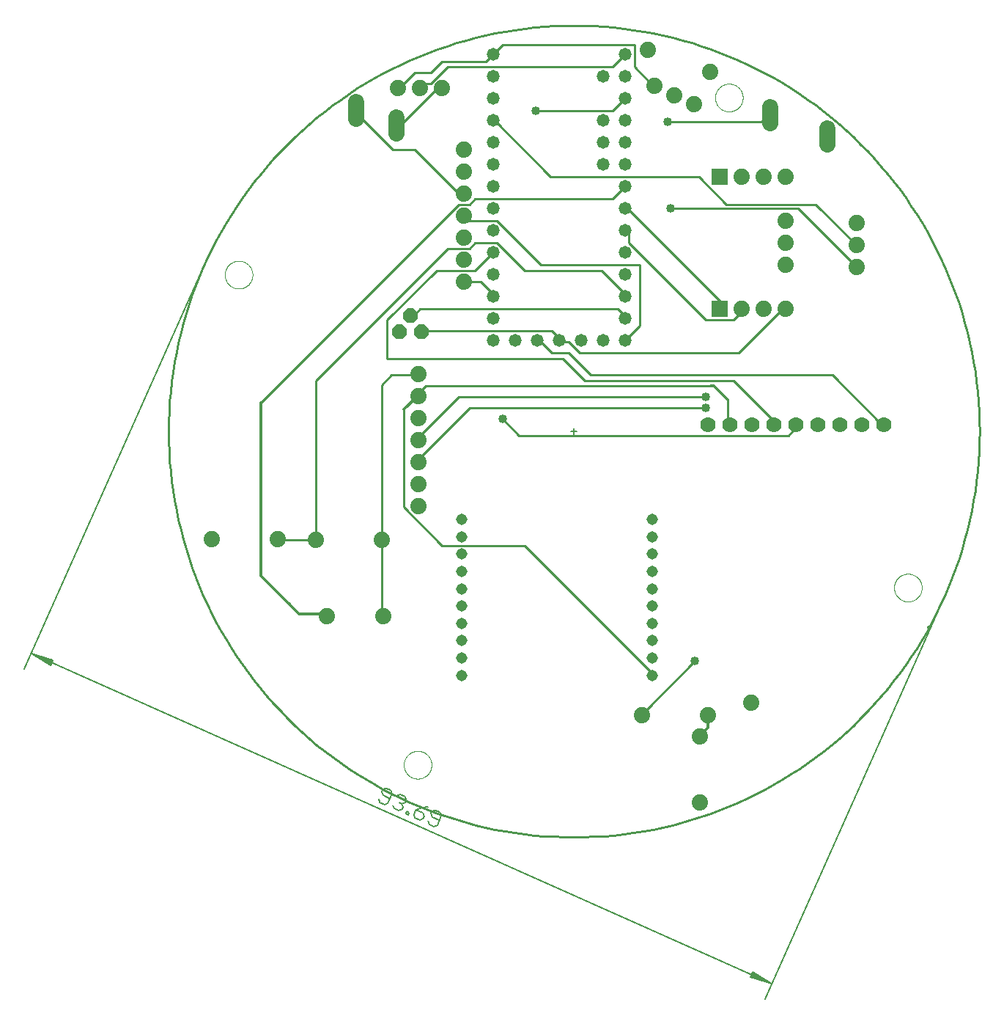
<source format=gtl>
G75*
%MOIN*%
%OFA0B0*%
%FSLAX25Y25*%
%IPPOS*%
%LPD*%
%AMOC8*
5,1,8,0,0,1.08239X$1,22.5*
%
%ADD10C,0.01000*%
%ADD11C,0.01600*%
%ADD12C,0.00000*%
%ADD13C,0.00512*%
%ADD14C,0.00600*%
%ADD15C,0.07000*%
%ADD16C,0.05800*%
%ADD17C,0.05150*%
%ADD18C,0.07400*%
%ADD19R,0.07400X0.07400*%
%ADD20C,0.07400*%
%ADD21OC8,0.06600*%
%ADD22C,0.04000*%
%ADD23C,0.01200*%
D10*
X0138808Y0175087D02*
X0138703Y0177387D01*
X0121903Y0180887D02*
X0121828Y0181137D01*
X0121541Y0180849D01*
X0116203Y0209887D02*
X0116603Y0210387D01*
X0116203Y0209887D02*
X0131203Y0209887D01*
X0133803Y0209787D01*
X0133703Y0209887D01*
X0133703Y0282387D01*
X0193703Y0342387D01*
X0203703Y0342387D01*
X0206203Y0344887D01*
X0216203Y0344887D01*
X0228703Y0332387D01*
X0263703Y0332387D01*
X0273703Y0322387D01*
X0274403Y0320587D01*
X0271203Y0314887D02*
X0181203Y0314887D01*
X0178703Y0312387D01*
X0176803Y0311987D01*
X0181803Y0304487D02*
X0183703Y0304887D01*
X0241203Y0304887D01*
X0243703Y0302387D01*
X0244403Y0300587D01*
X0246203Y0299887D01*
X0248703Y0299887D01*
X0253703Y0294887D01*
X0326203Y0294887D01*
X0346203Y0314887D01*
X0347303Y0314987D01*
X0328703Y0314887D02*
X0327303Y0314987D01*
X0328703Y0314887D02*
X0323703Y0309887D01*
X0311203Y0309887D01*
X0276203Y0344887D01*
X0276203Y0349887D01*
X0274403Y0350587D01*
X0276203Y0359887D02*
X0274403Y0360587D01*
X0276203Y0359887D02*
X0318703Y0317387D01*
X0317303Y0314987D01*
X0323703Y0282387D02*
X0343703Y0262387D01*
X0342203Y0262287D01*
X0348703Y0257387D02*
X0351203Y0259887D01*
X0352203Y0262287D01*
X0348703Y0257387D02*
X0226203Y0257387D01*
X0218703Y0264887D01*
X0203703Y0269887D02*
X0311203Y0269887D01*
X0311203Y0274887D02*
X0198703Y0274887D01*
X0181203Y0257387D01*
X0180303Y0255387D01*
X0181203Y0247387D02*
X0180303Y0245387D01*
X0181203Y0247387D02*
X0203703Y0269887D01*
X0183703Y0279887D02*
X0181203Y0277387D01*
X0180303Y0275387D01*
X0183703Y0279887D02*
X0313503Y0279887D01*
X0321203Y0273587D02*
X0321203Y0262387D01*
X0322203Y0262287D01*
X0323703Y0282387D02*
X0256203Y0282387D01*
X0246203Y0292387D01*
X0166203Y0292387D01*
X0166203Y0309887D01*
X0188703Y0332387D01*
X0206203Y0332387D01*
X0214403Y0340587D01*
X0208703Y0327387D02*
X0201103Y0327387D01*
X0208703Y0327387D02*
X0213703Y0322387D01*
X0214403Y0320587D01*
X0236203Y0334887D02*
X0216203Y0354887D01*
X0203703Y0354887D01*
X0201203Y0357387D01*
X0201103Y0357387D01*
X0198703Y0362387D02*
X0108703Y0272387D01*
X0163703Y0280387D02*
X0163703Y0209887D01*
X0163803Y0209787D01*
X0163703Y0207387D01*
X0163703Y0177387D01*
X0164398Y0175087D01*
X0191203Y0207387D02*
X0173703Y0224887D01*
X0173703Y0269087D01*
X0163703Y0280387D02*
X0168203Y0284887D01*
X0178703Y0284887D01*
X0180303Y0285387D01*
X0234403Y0300587D02*
X0236203Y0299887D01*
X0241203Y0294887D01*
X0248703Y0294887D01*
X0258703Y0284887D01*
X0368703Y0284887D01*
X0391203Y0262387D01*
X0392203Y0262287D01*
X0379803Y0333787D02*
X0353078Y0360512D01*
X0294953Y0360512D01*
X0308078Y0374887D02*
X0320578Y0362387D01*
X0361203Y0362387D01*
X0379803Y0343787D01*
X0336203Y0399887D02*
X0293703Y0399887D01*
X0287803Y0416287D02*
X0286203Y0417387D01*
X0278703Y0424887D01*
X0278703Y0434887D01*
X0218703Y0434887D01*
X0214403Y0430587D01*
X0211203Y0427387D01*
X0191203Y0427387D01*
X0186203Y0422387D01*
X0178703Y0422387D01*
X0173703Y0417387D01*
X0171203Y0417387D01*
X0171103Y0415087D01*
X0181103Y0415087D02*
X0181203Y0417387D01*
X0186203Y0417387D01*
X0193703Y0424887D01*
X0268703Y0424887D01*
X0274403Y0430587D01*
X0274403Y0410587D02*
X0268703Y0404887D01*
X0233703Y0404887D01*
X0214953Y0400512D02*
X0214403Y0400587D01*
X0214953Y0400512D02*
X0240578Y0374887D01*
X0308078Y0374887D01*
X0336203Y0399887D02*
X0338703Y0402387D01*
X0340303Y0402987D01*
X0274403Y0370587D02*
X0268703Y0364887D01*
X0206203Y0364887D01*
X0203703Y0362387D01*
X0198703Y0362387D01*
X0198703Y0367387D02*
X0201103Y0367387D01*
X0198703Y0367387D02*
X0178703Y0387387D01*
X0168703Y0387387D01*
X0151203Y0404887D01*
X0152003Y0405087D01*
X0170403Y0398287D02*
X0171203Y0399887D01*
X0173703Y0399887D01*
X0188703Y0414887D01*
X0191103Y0415087D01*
X0236203Y0334887D02*
X0281203Y0334887D01*
X0281203Y0307387D01*
X0274403Y0300587D01*
X0274403Y0310587D02*
X0273703Y0312387D01*
X0271203Y0314887D01*
X0066778Y0259287D02*
X0066834Y0263813D01*
X0067000Y0268336D01*
X0067278Y0272854D01*
X0067666Y0277364D01*
X0068165Y0281863D01*
X0068774Y0286348D01*
X0069493Y0290817D01*
X0070322Y0295267D01*
X0071259Y0299695D01*
X0072305Y0304099D01*
X0073459Y0308476D01*
X0074719Y0312823D01*
X0076086Y0317138D01*
X0077559Y0321418D01*
X0079136Y0325661D01*
X0080817Y0329863D01*
X0082600Y0334024D01*
X0084485Y0338139D01*
X0086470Y0342207D01*
X0088555Y0346224D01*
X0090737Y0350190D01*
X0093016Y0354100D01*
X0095391Y0357954D01*
X0097859Y0361748D01*
X0100420Y0365480D01*
X0103071Y0369149D01*
X0105812Y0372751D01*
X0108641Y0376285D01*
X0111555Y0379748D01*
X0114553Y0383139D01*
X0117634Y0386456D01*
X0120795Y0389695D01*
X0124034Y0392856D01*
X0127351Y0395937D01*
X0130742Y0398935D01*
X0134205Y0401849D01*
X0137739Y0404678D01*
X0141341Y0407419D01*
X0145010Y0410070D01*
X0148742Y0412631D01*
X0152536Y0415099D01*
X0156390Y0417474D01*
X0160300Y0419753D01*
X0164266Y0421935D01*
X0168283Y0424020D01*
X0172351Y0426005D01*
X0176466Y0427890D01*
X0180627Y0429673D01*
X0184829Y0431354D01*
X0189072Y0432931D01*
X0193352Y0434404D01*
X0197667Y0435771D01*
X0202014Y0437031D01*
X0206391Y0438185D01*
X0210795Y0439231D01*
X0215223Y0440168D01*
X0219673Y0440997D01*
X0224142Y0441716D01*
X0228627Y0442325D01*
X0233126Y0442824D01*
X0237636Y0443212D01*
X0242154Y0443490D01*
X0246677Y0443656D01*
X0251203Y0443712D01*
X0255729Y0443656D01*
X0260252Y0443490D01*
X0264770Y0443212D01*
X0269280Y0442824D01*
X0273779Y0442325D01*
X0278264Y0441716D01*
X0282733Y0440997D01*
X0287183Y0440168D01*
X0291611Y0439231D01*
X0296015Y0438185D01*
X0300392Y0437031D01*
X0304739Y0435771D01*
X0309054Y0434404D01*
X0313334Y0432931D01*
X0317577Y0431354D01*
X0321779Y0429673D01*
X0325940Y0427890D01*
X0330055Y0426005D01*
X0334123Y0424020D01*
X0338140Y0421935D01*
X0342106Y0419753D01*
X0346016Y0417474D01*
X0349870Y0415099D01*
X0353664Y0412631D01*
X0357396Y0410070D01*
X0361065Y0407419D01*
X0364667Y0404678D01*
X0368201Y0401849D01*
X0371664Y0398935D01*
X0375055Y0395937D01*
X0378372Y0392856D01*
X0381611Y0389695D01*
X0384772Y0386456D01*
X0387853Y0383139D01*
X0390851Y0379748D01*
X0393765Y0376285D01*
X0396594Y0372751D01*
X0399335Y0369149D01*
X0401986Y0365480D01*
X0404547Y0361748D01*
X0407015Y0357954D01*
X0409390Y0354100D01*
X0411669Y0350190D01*
X0413851Y0346224D01*
X0415936Y0342207D01*
X0417921Y0338139D01*
X0419806Y0334024D01*
X0421589Y0329863D01*
X0423270Y0325661D01*
X0424847Y0321418D01*
X0426320Y0317138D01*
X0427687Y0312823D01*
X0428947Y0308476D01*
X0430101Y0304099D01*
X0431147Y0299695D01*
X0432084Y0295267D01*
X0432913Y0290817D01*
X0433632Y0286348D01*
X0434241Y0281863D01*
X0434740Y0277364D01*
X0435128Y0272854D01*
X0435406Y0268336D01*
X0435572Y0263813D01*
X0435628Y0259287D01*
X0435572Y0254761D01*
X0435406Y0250238D01*
X0435128Y0245720D01*
X0434740Y0241210D01*
X0434241Y0236711D01*
X0433632Y0232226D01*
X0432913Y0227757D01*
X0432084Y0223307D01*
X0431147Y0218879D01*
X0430101Y0214475D01*
X0428947Y0210098D01*
X0427687Y0205751D01*
X0426320Y0201436D01*
X0424847Y0197156D01*
X0423270Y0192913D01*
X0421589Y0188711D01*
X0419806Y0184550D01*
X0417921Y0180435D01*
X0415936Y0176367D01*
X0413851Y0172350D01*
X0411669Y0168384D01*
X0409390Y0164474D01*
X0407015Y0160620D01*
X0404547Y0156826D01*
X0401986Y0153094D01*
X0399335Y0149425D01*
X0396594Y0145823D01*
X0393765Y0142289D01*
X0390851Y0138826D01*
X0387853Y0135435D01*
X0384772Y0132118D01*
X0381611Y0128879D01*
X0378372Y0125718D01*
X0375055Y0122637D01*
X0371664Y0119639D01*
X0368201Y0116725D01*
X0364667Y0113896D01*
X0361065Y0111155D01*
X0357396Y0108504D01*
X0353664Y0105943D01*
X0349870Y0103475D01*
X0346016Y0101100D01*
X0342106Y0098821D01*
X0338140Y0096639D01*
X0334123Y0094554D01*
X0330055Y0092569D01*
X0325940Y0090684D01*
X0321779Y0088901D01*
X0317577Y0087220D01*
X0313334Y0085643D01*
X0309054Y0084170D01*
X0304739Y0082803D01*
X0300392Y0081543D01*
X0296015Y0080389D01*
X0291611Y0079343D01*
X0287183Y0078406D01*
X0282733Y0077577D01*
X0278264Y0076858D01*
X0273779Y0076249D01*
X0269280Y0075750D01*
X0264770Y0075362D01*
X0260252Y0075084D01*
X0255729Y0074918D01*
X0251203Y0074862D01*
X0246677Y0074918D01*
X0242154Y0075084D01*
X0237636Y0075362D01*
X0233126Y0075750D01*
X0228627Y0076249D01*
X0224142Y0076858D01*
X0219673Y0077577D01*
X0215223Y0078406D01*
X0210795Y0079343D01*
X0206391Y0080389D01*
X0202014Y0081543D01*
X0197667Y0082803D01*
X0193352Y0084170D01*
X0189072Y0085643D01*
X0184829Y0087220D01*
X0180627Y0088901D01*
X0176466Y0090684D01*
X0172351Y0092569D01*
X0168283Y0094554D01*
X0164266Y0096639D01*
X0160300Y0098821D01*
X0156390Y0101100D01*
X0152536Y0103475D01*
X0148742Y0105943D01*
X0145010Y0108504D01*
X0141341Y0111155D01*
X0137739Y0113896D01*
X0134205Y0116725D01*
X0130742Y0119639D01*
X0127351Y0122637D01*
X0124034Y0125718D01*
X0120795Y0128879D01*
X0117634Y0132118D01*
X0114553Y0135435D01*
X0111555Y0138826D01*
X0108641Y0142289D01*
X0105812Y0145823D01*
X0103071Y0149425D01*
X0100420Y0153094D01*
X0097859Y0156826D01*
X0095391Y0160620D01*
X0093016Y0164474D01*
X0090737Y0168384D01*
X0088555Y0172350D01*
X0086470Y0176367D01*
X0084485Y0180435D01*
X0082600Y0184550D01*
X0080817Y0188711D01*
X0079136Y0192913D01*
X0077559Y0197156D01*
X0076086Y0201436D01*
X0074719Y0205751D01*
X0073459Y0210098D01*
X0072305Y0214475D01*
X0071259Y0218879D01*
X0070322Y0223307D01*
X0069493Y0227757D01*
X0068774Y0232226D01*
X0068165Y0236711D01*
X0067666Y0241210D01*
X0067278Y0245720D01*
X0067000Y0250238D01*
X0066834Y0254761D01*
X0066778Y0259287D01*
X0191203Y0207387D02*
X0228703Y0207387D01*
X0286203Y0149887D01*
X0286710Y0148354D01*
X0283703Y0132387D02*
X0282203Y0130087D01*
X0283703Y0132387D02*
X0306203Y0154887D01*
D11*
X0412477Y0170288D02*
X0412519Y0170379D01*
D12*
X0396804Y0188187D02*
X0396806Y0188345D01*
X0396812Y0188503D01*
X0396822Y0188661D01*
X0396836Y0188819D01*
X0396854Y0188976D01*
X0396875Y0189133D01*
X0396901Y0189289D01*
X0396931Y0189445D01*
X0396964Y0189600D01*
X0397002Y0189753D01*
X0397043Y0189906D01*
X0397088Y0190058D01*
X0397137Y0190209D01*
X0397190Y0190358D01*
X0397246Y0190506D01*
X0397306Y0190652D01*
X0397370Y0190797D01*
X0397438Y0190940D01*
X0397509Y0191082D01*
X0397583Y0191222D01*
X0397661Y0191359D01*
X0397743Y0191495D01*
X0397827Y0191629D01*
X0397916Y0191760D01*
X0398007Y0191889D01*
X0398102Y0192016D01*
X0398199Y0192141D01*
X0398300Y0192263D01*
X0398404Y0192382D01*
X0398511Y0192499D01*
X0398621Y0192613D01*
X0398734Y0192724D01*
X0398849Y0192833D01*
X0398967Y0192938D01*
X0399088Y0193040D01*
X0399211Y0193140D01*
X0399337Y0193236D01*
X0399465Y0193329D01*
X0399595Y0193419D01*
X0399728Y0193505D01*
X0399863Y0193589D01*
X0399999Y0193668D01*
X0400138Y0193745D01*
X0400279Y0193817D01*
X0400421Y0193887D01*
X0400565Y0193952D01*
X0400711Y0194014D01*
X0400858Y0194072D01*
X0401007Y0194127D01*
X0401157Y0194178D01*
X0401308Y0194225D01*
X0401460Y0194268D01*
X0401613Y0194307D01*
X0401768Y0194343D01*
X0401923Y0194374D01*
X0402079Y0194402D01*
X0402235Y0194426D01*
X0402392Y0194446D01*
X0402550Y0194462D01*
X0402707Y0194474D01*
X0402866Y0194482D01*
X0403024Y0194486D01*
X0403182Y0194486D01*
X0403340Y0194482D01*
X0403499Y0194474D01*
X0403656Y0194462D01*
X0403814Y0194446D01*
X0403971Y0194426D01*
X0404127Y0194402D01*
X0404283Y0194374D01*
X0404438Y0194343D01*
X0404593Y0194307D01*
X0404746Y0194268D01*
X0404898Y0194225D01*
X0405049Y0194178D01*
X0405199Y0194127D01*
X0405348Y0194072D01*
X0405495Y0194014D01*
X0405641Y0193952D01*
X0405785Y0193887D01*
X0405927Y0193817D01*
X0406068Y0193745D01*
X0406207Y0193668D01*
X0406343Y0193589D01*
X0406478Y0193505D01*
X0406611Y0193419D01*
X0406741Y0193329D01*
X0406869Y0193236D01*
X0406995Y0193140D01*
X0407118Y0193040D01*
X0407239Y0192938D01*
X0407357Y0192833D01*
X0407472Y0192724D01*
X0407585Y0192613D01*
X0407695Y0192499D01*
X0407802Y0192382D01*
X0407906Y0192263D01*
X0408007Y0192141D01*
X0408104Y0192016D01*
X0408199Y0191889D01*
X0408290Y0191760D01*
X0408379Y0191629D01*
X0408463Y0191495D01*
X0408545Y0191359D01*
X0408623Y0191222D01*
X0408697Y0191082D01*
X0408768Y0190940D01*
X0408836Y0190797D01*
X0408900Y0190652D01*
X0408960Y0190506D01*
X0409016Y0190358D01*
X0409069Y0190209D01*
X0409118Y0190058D01*
X0409163Y0189906D01*
X0409204Y0189753D01*
X0409242Y0189600D01*
X0409275Y0189445D01*
X0409305Y0189289D01*
X0409331Y0189133D01*
X0409352Y0188976D01*
X0409370Y0188819D01*
X0409384Y0188661D01*
X0409394Y0188503D01*
X0409400Y0188345D01*
X0409402Y0188187D01*
X0409400Y0188029D01*
X0409394Y0187871D01*
X0409384Y0187713D01*
X0409370Y0187555D01*
X0409352Y0187398D01*
X0409331Y0187241D01*
X0409305Y0187085D01*
X0409275Y0186929D01*
X0409242Y0186774D01*
X0409204Y0186621D01*
X0409163Y0186468D01*
X0409118Y0186316D01*
X0409069Y0186165D01*
X0409016Y0186016D01*
X0408960Y0185868D01*
X0408900Y0185722D01*
X0408836Y0185577D01*
X0408768Y0185434D01*
X0408697Y0185292D01*
X0408623Y0185152D01*
X0408545Y0185015D01*
X0408463Y0184879D01*
X0408379Y0184745D01*
X0408290Y0184614D01*
X0408199Y0184485D01*
X0408104Y0184358D01*
X0408007Y0184233D01*
X0407906Y0184111D01*
X0407802Y0183992D01*
X0407695Y0183875D01*
X0407585Y0183761D01*
X0407472Y0183650D01*
X0407357Y0183541D01*
X0407239Y0183436D01*
X0407118Y0183334D01*
X0406995Y0183234D01*
X0406869Y0183138D01*
X0406741Y0183045D01*
X0406611Y0182955D01*
X0406478Y0182869D01*
X0406343Y0182785D01*
X0406207Y0182706D01*
X0406068Y0182629D01*
X0405927Y0182557D01*
X0405785Y0182487D01*
X0405641Y0182422D01*
X0405495Y0182360D01*
X0405348Y0182302D01*
X0405199Y0182247D01*
X0405049Y0182196D01*
X0404898Y0182149D01*
X0404746Y0182106D01*
X0404593Y0182067D01*
X0404438Y0182031D01*
X0404283Y0182000D01*
X0404127Y0181972D01*
X0403971Y0181948D01*
X0403814Y0181928D01*
X0403656Y0181912D01*
X0403499Y0181900D01*
X0403340Y0181892D01*
X0403182Y0181888D01*
X0403024Y0181888D01*
X0402866Y0181892D01*
X0402707Y0181900D01*
X0402550Y0181912D01*
X0402392Y0181928D01*
X0402235Y0181948D01*
X0402079Y0181972D01*
X0401923Y0182000D01*
X0401768Y0182031D01*
X0401613Y0182067D01*
X0401460Y0182106D01*
X0401308Y0182149D01*
X0401157Y0182196D01*
X0401007Y0182247D01*
X0400858Y0182302D01*
X0400711Y0182360D01*
X0400565Y0182422D01*
X0400421Y0182487D01*
X0400279Y0182557D01*
X0400138Y0182629D01*
X0399999Y0182706D01*
X0399863Y0182785D01*
X0399728Y0182869D01*
X0399595Y0182955D01*
X0399465Y0183045D01*
X0399337Y0183138D01*
X0399211Y0183234D01*
X0399088Y0183334D01*
X0398967Y0183436D01*
X0398849Y0183541D01*
X0398734Y0183650D01*
X0398621Y0183761D01*
X0398511Y0183875D01*
X0398404Y0183992D01*
X0398300Y0184111D01*
X0398199Y0184233D01*
X0398102Y0184358D01*
X0398007Y0184485D01*
X0397916Y0184614D01*
X0397827Y0184745D01*
X0397743Y0184879D01*
X0397661Y0185015D01*
X0397583Y0185152D01*
X0397509Y0185292D01*
X0397438Y0185434D01*
X0397370Y0185577D01*
X0397306Y0185722D01*
X0397246Y0185868D01*
X0397190Y0186016D01*
X0397137Y0186165D01*
X0397088Y0186316D01*
X0397043Y0186468D01*
X0397002Y0186621D01*
X0396964Y0186774D01*
X0396931Y0186929D01*
X0396901Y0187085D01*
X0396875Y0187241D01*
X0396854Y0187398D01*
X0396836Y0187555D01*
X0396822Y0187713D01*
X0396812Y0187871D01*
X0396806Y0188029D01*
X0396804Y0188187D01*
X0173804Y0107687D02*
X0173806Y0107845D01*
X0173812Y0108003D01*
X0173822Y0108161D01*
X0173836Y0108319D01*
X0173854Y0108476D01*
X0173875Y0108633D01*
X0173901Y0108789D01*
X0173931Y0108945D01*
X0173964Y0109100D01*
X0174002Y0109253D01*
X0174043Y0109406D01*
X0174088Y0109558D01*
X0174137Y0109709D01*
X0174190Y0109858D01*
X0174246Y0110006D01*
X0174306Y0110152D01*
X0174370Y0110297D01*
X0174438Y0110440D01*
X0174509Y0110582D01*
X0174583Y0110722D01*
X0174661Y0110859D01*
X0174743Y0110995D01*
X0174827Y0111129D01*
X0174916Y0111260D01*
X0175007Y0111389D01*
X0175102Y0111516D01*
X0175199Y0111641D01*
X0175300Y0111763D01*
X0175404Y0111882D01*
X0175511Y0111999D01*
X0175621Y0112113D01*
X0175734Y0112224D01*
X0175849Y0112333D01*
X0175967Y0112438D01*
X0176088Y0112540D01*
X0176211Y0112640D01*
X0176337Y0112736D01*
X0176465Y0112829D01*
X0176595Y0112919D01*
X0176728Y0113005D01*
X0176863Y0113089D01*
X0176999Y0113168D01*
X0177138Y0113245D01*
X0177279Y0113317D01*
X0177421Y0113387D01*
X0177565Y0113452D01*
X0177711Y0113514D01*
X0177858Y0113572D01*
X0178007Y0113627D01*
X0178157Y0113678D01*
X0178308Y0113725D01*
X0178460Y0113768D01*
X0178613Y0113807D01*
X0178768Y0113843D01*
X0178923Y0113874D01*
X0179079Y0113902D01*
X0179235Y0113926D01*
X0179392Y0113946D01*
X0179550Y0113962D01*
X0179707Y0113974D01*
X0179866Y0113982D01*
X0180024Y0113986D01*
X0180182Y0113986D01*
X0180340Y0113982D01*
X0180499Y0113974D01*
X0180656Y0113962D01*
X0180814Y0113946D01*
X0180971Y0113926D01*
X0181127Y0113902D01*
X0181283Y0113874D01*
X0181438Y0113843D01*
X0181593Y0113807D01*
X0181746Y0113768D01*
X0181898Y0113725D01*
X0182049Y0113678D01*
X0182199Y0113627D01*
X0182348Y0113572D01*
X0182495Y0113514D01*
X0182641Y0113452D01*
X0182785Y0113387D01*
X0182927Y0113317D01*
X0183068Y0113245D01*
X0183207Y0113168D01*
X0183343Y0113089D01*
X0183478Y0113005D01*
X0183611Y0112919D01*
X0183741Y0112829D01*
X0183869Y0112736D01*
X0183995Y0112640D01*
X0184118Y0112540D01*
X0184239Y0112438D01*
X0184357Y0112333D01*
X0184472Y0112224D01*
X0184585Y0112113D01*
X0184695Y0111999D01*
X0184802Y0111882D01*
X0184906Y0111763D01*
X0185007Y0111641D01*
X0185104Y0111516D01*
X0185199Y0111389D01*
X0185290Y0111260D01*
X0185379Y0111129D01*
X0185463Y0110995D01*
X0185545Y0110859D01*
X0185623Y0110722D01*
X0185697Y0110582D01*
X0185768Y0110440D01*
X0185836Y0110297D01*
X0185900Y0110152D01*
X0185960Y0110006D01*
X0186016Y0109858D01*
X0186069Y0109709D01*
X0186118Y0109558D01*
X0186163Y0109406D01*
X0186204Y0109253D01*
X0186242Y0109100D01*
X0186275Y0108945D01*
X0186305Y0108789D01*
X0186331Y0108633D01*
X0186352Y0108476D01*
X0186370Y0108319D01*
X0186384Y0108161D01*
X0186394Y0108003D01*
X0186400Y0107845D01*
X0186402Y0107687D01*
X0186400Y0107529D01*
X0186394Y0107371D01*
X0186384Y0107213D01*
X0186370Y0107055D01*
X0186352Y0106898D01*
X0186331Y0106741D01*
X0186305Y0106585D01*
X0186275Y0106429D01*
X0186242Y0106274D01*
X0186204Y0106121D01*
X0186163Y0105968D01*
X0186118Y0105816D01*
X0186069Y0105665D01*
X0186016Y0105516D01*
X0185960Y0105368D01*
X0185900Y0105222D01*
X0185836Y0105077D01*
X0185768Y0104934D01*
X0185697Y0104792D01*
X0185623Y0104652D01*
X0185545Y0104515D01*
X0185463Y0104379D01*
X0185379Y0104245D01*
X0185290Y0104114D01*
X0185199Y0103985D01*
X0185104Y0103858D01*
X0185007Y0103733D01*
X0184906Y0103611D01*
X0184802Y0103492D01*
X0184695Y0103375D01*
X0184585Y0103261D01*
X0184472Y0103150D01*
X0184357Y0103041D01*
X0184239Y0102936D01*
X0184118Y0102834D01*
X0183995Y0102734D01*
X0183869Y0102638D01*
X0183741Y0102545D01*
X0183611Y0102455D01*
X0183478Y0102369D01*
X0183343Y0102285D01*
X0183207Y0102206D01*
X0183068Y0102129D01*
X0182927Y0102057D01*
X0182785Y0101987D01*
X0182641Y0101922D01*
X0182495Y0101860D01*
X0182348Y0101802D01*
X0182199Y0101747D01*
X0182049Y0101696D01*
X0181898Y0101649D01*
X0181746Y0101606D01*
X0181593Y0101567D01*
X0181438Y0101531D01*
X0181283Y0101500D01*
X0181127Y0101472D01*
X0180971Y0101448D01*
X0180814Y0101428D01*
X0180656Y0101412D01*
X0180499Y0101400D01*
X0180340Y0101392D01*
X0180182Y0101388D01*
X0180024Y0101388D01*
X0179866Y0101392D01*
X0179707Y0101400D01*
X0179550Y0101412D01*
X0179392Y0101428D01*
X0179235Y0101448D01*
X0179079Y0101472D01*
X0178923Y0101500D01*
X0178768Y0101531D01*
X0178613Y0101567D01*
X0178460Y0101606D01*
X0178308Y0101649D01*
X0178157Y0101696D01*
X0178007Y0101747D01*
X0177858Y0101802D01*
X0177711Y0101860D01*
X0177565Y0101922D01*
X0177421Y0101987D01*
X0177279Y0102057D01*
X0177138Y0102129D01*
X0176999Y0102206D01*
X0176863Y0102285D01*
X0176728Y0102369D01*
X0176595Y0102455D01*
X0176465Y0102545D01*
X0176337Y0102638D01*
X0176211Y0102734D01*
X0176088Y0102834D01*
X0175967Y0102936D01*
X0175849Y0103041D01*
X0175734Y0103150D01*
X0175621Y0103261D01*
X0175511Y0103375D01*
X0175404Y0103492D01*
X0175300Y0103611D01*
X0175199Y0103733D01*
X0175102Y0103858D01*
X0175007Y0103985D01*
X0174916Y0104114D01*
X0174827Y0104245D01*
X0174743Y0104379D01*
X0174661Y0104515D01*
X0174583Y0104652D01*
X0174509Y0104792D01*
X0174438Y0104934D01*
X0174370Y0105077D01*
X0174306Y0105222D01*
X0174246Y0105368D01*
X0174190Y0105516D01*
X0174137Y0105665D01*
X0174088Y0105816D01*
X0174043Y0105968D01*
X0174002Y0106121D01*
X0173964Y0106274D01*
X0173931Y0106429D01*
X0173901Y0106585D01*
X0173875Y0106741D01*
X0173854Y0106898D01*
X0173836Y0107055D01*
X0173822Y0107213D01*
X0173812Y0107371D01*
X0173806Y0107529D01*
X0173804Y0107687D01*
X0092404Y0330387D02*
X0092406Y0330545D01*
X0092412Y0330703D01*
X0092422Y0330861D01*
X0092436Y0331019D01*
X0092454Y0331176D01*
X0092475Y0331333D01*
X0092501Y0331489D01*
X0092531Y0331645D01*
X0092564Y0331800D01*
X0092602Y0331953D01*
X0092643Y0332106D01*
X0092688Y0332258D01*
X0092737Y0332409D01*
X0092790Y0332558D01*
X0092846Y0332706D01*
X0092906Y0332852D01*
X0092970Y0332997D01*
X0093038Y0333140D01*
X0093109Y0333282D01*
X0093183Y0333422D01*
X0093261Y0333559D01*
X0093343Y0333695D01*
X0093427Y0333829D01*
X0093516Y0333960D01*
X0093607Y0334089D01*
X0093702Y0334216D01*
X0093799Y0334341D01*
X0093900Y0334463D01*
X0094004Y0334582D01*
X0094111Y0334699D01*
X0094221Y0334813D01*
X0094334Y0334924D01*
X0094449Y0335033D01*
X0094567Y0335138D01*
X0094688Y0335240D01*
X0094811Y0335340D01*
X0094937Y0335436D01*
X0095065Y0335529D01*
X0095195Y0335619D01*
X0095328Y0335705D01*
X0095463Y0335789D01*
X0095599Y0335868D01*
X0095738Y0335945D01*
X0095879Y0336017D01*
X0096021Y0336087D01*
X0096165Y0336152D01*
X0096311Y0336214D01*
X0096458Y0336272D01*
X0096607Y0336327D01*
X0096757Y0336378D01*
X0096908Y0336425D01*
X0097060Y0336468D01*
X0097213Y0336507D01*
X0097368Y0336543D01*
X0097523Y0336574D01*
X0097679Y0336602D01*
X0097835Y0336626D01*
X0097992Y0336646D01*
X0098150Y0336662D01*
X0098307Y0336674D01*
X0098466Y0336682D01*
X0098624Y0336686D01*
X0098782Y0336686D01*
X0098940Y0336682D01*
X0099099Y0336674D01*
X0099256Y0336662D01*
X0099414Y0336646D01*
X0099571Y0336626D01*
X0099727Y0336602D01*
X0099883Y0336574D01*
X0100038Y0336543D01*
X0100193Y0336507D01*
X0100346Y0336468D01*
X0100498Y0336425D01*
X0100649Y0336378D01*
X0100799Y0336327D01*
X0100948Y0336272D01*
X0101095Y0336214D01*
X0101241Y0336152D01*
X0101385Y0336087D01*
X0101527Y0336017D01*
X0101668Y0335945D01*
X0101807Y0335868D01*
X0101943Y0335789D01*
X0102078Y0335705D01*
X0102211Y0335619D01*
X0102341Y0335529D01*
X0102469Y0335436D01*
X0102595Y0335340D01*
X0102718Y0335240D01*
X0102839Y0335138D01*
X0102957Y0335033D01*
X0103072Y0334924D01*
X0103185Y0334813D01*
X0103295Y0334699D01*
X0103402Y0334582D01*
X0103506Y0334463D01*
X0103607Y0334341D01*
X0103704Y0334216D01*
X0103799Y0334089D01*
X0103890Y0333960D01*
X0103979Y0333829D01*
X0104063Y0333695D01*
X0104145Y0333559D01*
X0104223Y0333422D01*
X0104297Y0333282D01*
X0104368Y0333140D01*
X0104436Y0332997D01*
X0104500Y0332852D01*
X0104560Y0332706D01*
X0104616Y0332558D01*
X0104669Y0332409D01*
X0104718Y0332258D01*
X0104763Y0332106D01*
X0104804Y0331953D01*
X0104842Y0331800D01*
X0104875Y0331645D01*
X0104905Y0331489D01*
X0104931Y0331333D01*
X0104952Y0331176D01*
X0104970Y0331019D01*
X0104984Y0330861D01*
X0104994Y0330703D01*
X0105000Y0330545D01*
X0105002Y0330387D01*
X0105000Y0330229D01*
X0104994Y0330071D01*
X0104984Y0329913D01*
X0104970Y0329755D01*
X0104952Y0329598D01*
X0104931Y0329441D01*
X0104905Y0329285D01*
X0104875Y0329129D01*
X0104842Y0328974D01*
X0104804Y0328821D01*
X0104763Y0328668D01*
X0104718Y0328516D01*
X0104669Y0328365D01*
X0104616Y0328216D01*
X0104560Y0328068D01*
X0104500Y0327922D01*
X0104436Y0327777D01*
X0104368Y0327634D01*
X0104297Y0327492D01*
X0104223Y0327352D01*
X0104145Y0327215D01*
X0104063Y0327079D01*
X0103979Y0326945D01*
X0103890Y0326814D01*
X0103799Y0326685D01*
X0103704Y0326558D01*
X0103607Y0326433D01*
X0103506Y0326311D01*
X0103402Y0326192D01*
X0103295Y0326075D01*
X0103185Y0325961D01*
X0103072Y0325850D01*
X0102957Y0325741D01*
X0102839Y0325636D01*
X0102718Y0325534D01*
X0102595Y0325434D01*
X0102469Y0325338D01*
X0102341Y0325245D01*
X0102211Y0325155D01*
X0102078Y0325069D01*
X0101943Y0324985D01*
X0101807Y0324906D01*
X0101668Y0324829D01*
X0101527Y0324757D01*
X0101385Y0324687D01*
X0101241Y0324622D01*
X0101095Y0324560D01*
X0100948Y0324502D01*
X0100799Y0324447D01*
X0100649Y0324396D01*
X0100498Y0324349D01*
X0100346Y0324306D01*
X0100193Y0324267D01*
X0100038Y0324231D01*
X0099883Y0324200D01*
X0099727Y0324172D01*
X0099571Y0324148D01*
X0099414Y0324128D01*
X0099256Y0324112D01*
X0099099Y0324100D01*
X0098940Y0324092D01*
X0098782Y0324088D01*
X0098624Y0324088D01*
X0098466Y0324092D01*
X0098307Y0324100D01*
X0098150Y0324112D01*
X0097992Y0324128D01*
X0097835Y0324148D01*
X0097679Y0324172D01*
X0097523Y0324200D01*
X0097368Y0324231D01*
X0097213Y0324267D01*
X0097060Y0324306D01*
X0096908Y0324349D01*
X0096757Y0324396D01*
X0096607Y0324447D01*
X0096458Y0324502D01*
X0096311Y0324560D01*
X0096165Y0324622D01*
X0096021Y0324687D01*
X0095879Y0324757D01*
X0095738Y0324829D01*
X0095599Y0324906D01*
X0095463Y0324985D01*
X0095328Y0325069D01*
X0095195Y0325155D01*
X0095065Y0325245D01*
X0094937Y0325338D01*
X0094811Y0325434D01*
X0094688Y0325534D01*
X0094567Y0325636D01*
X0094449Y0325741D01*
X0094334Y0325850D01*
X0094221Y0325961D01*
X0094111Y0326075D01*
X0094004Y0326192D01*
X0093900Y0326311D01*
X0093799Y0326433D01*
X0093702Y0326558D01*
X0093607Y0326685D01*
X0093516Y0326814D01*
X0093427Y0326945D01*
X0093343Y0327079D01*
X0093261Y0327215D01*
X0093183Y0327352D01*
X0093109Y0327492D01*
X0093038Y0327634D01*
X0092970Y0327777D01*
X0092906Y0327922D01*
X0092846Y0328068D01*
X0092790Y0328216D01*
X0092737Y0328365D01*
X0092688Y0328516D01*
X0092643Y0328668D01*
X0092602Y0328821D01*
X0092564Y0328974D01*
X0092531Y0329129D01*
X0092501Y0329285D01*
X0092475Y0329441D01*
X0092454Y0329598D01*
X0092436Y0329755D01*
X0092422Y0329913D01*
X0092412Y0330071D01*
X0092406Y0330229D01*
X0092404Y0330387D01*
X0315404Y0410887D02*
X0315406Y0411045D01*
X0315412Y0411203D01*
X0315422Y0411361D01*
X0315436Y0411519D01*
X0315454Y0411676D01*
X0315475Y0411833D01*
X0315501Y0411989D01*
X0315531Y0412145D01*
X0315564Y0412300D01*
X0315602Y0412453D01*
X0315643Y0412606D01*
X0315688Y0412758D01*
X0315737Y0412909D01*
X0315790Y0413058D01*
X0315846Y0413206D01*
X0315906Y0413352D01*
X0315970Y0413497D01*
X0316038Y0413640D01*
X0316109Y0413782D01*
X0316183Y0413922D01*
X0316261Y0414059D01*
X0316343Y0414195D01*
X0316427Y0414329D01*
X0316516Y0414460D01*
X0316607Y0414589D01*
X0316702Y0414716D01*
X0316799Y0414841D01*
X0316900Y0414963D01*
X0317004Y0415082D01*
X0317111Y0415199D01*
X0317221Y0415313D01*
X0317334Y0415424D01*
X0317449Y0415533D01*
X0317567Y0415638D01*
X0317688Y0415740D01*
X0317811Y0415840D01*
X0317937Y0415936D01*
X0318065Y0416029D01*
X0318195Y0416119D01*
X0318328Y0416205D01*
X0318463Y0416289D01*
X0318599Y0416368D01*
X0318738Y0416445D01*
X0318879Y0416517D01*
X0319021Y0416587D01*
X0319165Y0416652D01*
X0319311Y0416714D01*
X0319458Y0416772D01*
X0319607Y0416827D01*
X0319757Y0416878D01*
X0319908Y0416925D01*
X0320060Y0416968D01*
X0320213Y0417007D01*
X0320368Y0417043D01*
X0320523Y0417074D01*
X0320679Y0417102D01*
X0320835Y0417126D01*
X0320992Y0417146D01*
X0321150Y0417162D01*
X0321307Y0417174D01*
X0321466Y0417182D01*
X0321624Y0417186D01*
X0321782Y0417186D01*
X0321940Y0417182D01*
X0322099Y0417174D01*
X0322256Y0417162D01*
X0322414Y0417146D01*
X0322571Y0417126D01*
X0322727Y0417102D01*
X0322883Y0417074D01*
X0323038Y0417043D01*
X0323193Y0417007D01*
X0323346Y0416968D01*
X0323498Y0416925D01*
X0323649Y0416878D01*
X0323799Y0416827D01*
X0323948Y0416772D01*
X0324095Y0416714D01*
X0324241Y0416652D01*
X0324385Y0416587D01*
X0324527Y0416517D01*
X0324668Y0416445D01*
X0324807Y0416368D01*
X0324943Y0416289D01*
X0325078Y0416205D01*
X0325211Y0416119D01*
X0325341Y0416029D01*
X0325469Y0415936D01*
X0325595Y0415840D01*
X0325718Y0415740D01*
X0325839Y0415638D01*
X0325957Y0415533D01*
X0326072Y0415424D01*
X0326185Y0415313D01*
X0326295Y0415199D01*
X0326402Y0415082D01*
X0326506Y0414963D01*
X0326607Y0414841D01*
X0326704Y0414716D01*
X0326799Y0414589D01*
X0326890Y0414460D01*
X0326979Y0414329D01*
X0327063Y0414195D01*
X0327145Y0414059D01*
X0327223Y0413922D01*
X0327297Y0413782D01*
X0327368Y0413640D01*
X0327436Y0413497D01*
X0327500Y0413352D01*
X0327560Y0413206D01*
X0327616Y0413058D01*
X0327669Y0412909D01*
X0327718Y0412758D01*
X0327763Y0412606D01*
X0327804Y0412453D01*
X0327842Y0412300D01*
X0327875Y0412145D01*
X0327905Y0411989D01*
X0327931Y0411833D01*
X0327952Y0411676D01*
X0327970Y0411519D01*
X0327984Y0411361D01*
X0327994Y0411203D01*
X0328000Y0411045D01*
X0328002Y0410887D01*
X0328000Y0410729D01*
X0327994Y0410571D01*
X0327984Y0410413D01*
X0327970Y0410255D01*
X0327952Y0410098D01*
X0327931Y0409941D01*
X0327905Y0409785D01*
X0327875Y0409629D01*
X0327842Y0409474D01*
X0327804Y0409321D01*
X0327763Y0409168D01*
X0327718Y0409016D01*
X0327669Y0408865D01*
X0327616Y0408716D01*
X0327560Y0408568D01*
X0327500Y0408422D01*
X0327436Y0408277D01*
X0327368Y0408134D01*
X0327297Y0407992D01*
X0327223Y0407852D01*
X0327145Y0407715D01*
X0327063Y0407579D01*
X0326979Y0407445D01*
X0326890Y0407314D01*
X0326799Y0407185D01*
X0326704Y0407058D01*
X0326607Y0406933D01*
X0326506Y0406811D01*
X0326402Y0406692D01*
X0326295Y0406575D01*
X0326185Y0406461D01*
X0326072Y0406350D01*
X0325957Y0406241D01*
X0325839Y0406136D01*
X0325718Y0406034D01*
X0325595Y0405934D01*
X0325469Y0405838D01*
X0325341Y0405745D01*
X0325211Y0405655D01*
X0325078Y0405569D01*
X0324943Y0405485D01*
X0324807Y0405406D01*
X0324668Y0405329D01*
X0324527Y0405257D01*
X0324385Y0405187D01*
X0324241Y0405122D01*
X0324095Y0405060D01*
X0323948Y0405002D01*
X0323799Y0404947D01*
X0323649Y0404896D01*
X0323498Y0404849D01*
X0323346Y0404806D01*
X0323193Y0404767D01*
X0323038Y0404731D01*
X0322883Y0404700D01*
X0322727Y0404672D01*
X0322571Y0404648D01*
X0322414Y0404628D01*
X0322256Y0404612D01*
X0322099Y0404600D01*
X0321940Y0404592D01*
X0321782Y0404588D01*
X0321624Y0404588D01*
X0321466Y0404592D01*
X0321307Y0404600D01*
X0321150Y0404612D01*
X0320992Y0404628D01*
X0320835Y0404648D01*
X0320679Y0404672D01*
X0320523Y0404700D01*
X0320368Y0404731D01*
X0320213Y0404767D01*
X0320060Y0404806D01*
X0319908Y0404849D01*
X0319757Y0404896D01*
X0319607Y0404947D01*
X0319458Y0405002D01*
X0319311Y0405060D01*
X0319165Y0405122D01*
X0319021Y0405187D01*
X0318879Y0405257D01*
X0318738Y0405329D01*
X0318599Y0405406D01*
X0318463Y0405485D01*
X0318328Y0405569D01*
X0318195Y0405655D01*
X0318065Y0405745D01*
X0317937Y0405838D01*
X0317811Y0405934D01*
X0317688Y0406034D01*
X0317567Y0406136D01*
X0317449Y0406241D01*
X0317334Y0406350D01*
X0317221Y0406461D01*
X0317111Y0406575D01*
X0317004Y0406692D01*
X0316900Y0406811D01*
X0316799Y0406933D01*
X0316702Y0407058D01*
X0316607Y0407185D01*
X0316516Y0407314D01*
X0316427Y0407445D01*
X0316343Y0407579D01*
X0316261Y0407715D01*
X0316183Y0407852D01*
X0316109Y0407992D01*
X0316038Y0408134D01*
X0315970Y0408277D01*
X0315906Y0408422D01*
X0315846Y0408568D01*
X0315790Y0408716D01*
X0315737Y0408865D01*
X0315688Y0409016D01*
X0315643Y0409168D01*
X0315602Y0409321D01*
X0315564Y0409474D01*
X0315531Y0409629D01*
X0315501Y0409785D01*
X0315475Y0409941D01*
X0315454Y0410098D01*
X0315436Y0410255D01*
X0315422Y0410413D01*
X0315412Y0410571D01*
X0315406Y0410729D01*
X0315404Y0410887D01*
D13*
X0082702Y0334254D02*
X0001256Y0151191D01*
X0004610Y0158101D02*
X0013313Y0153109D01*
X0013218Y0152896D02*
X0004610Y0158101D01*
X0014145Y0154979D01*
X0014240Y0155192D02*
X0013218Y0152896D01*
X0013521Y0153576D02*
X0004610Y0158101D01*
X0013937Y0154512D01*
X0014240Y0155192D02*
X0004610Y0158101D01*
X0341145Y0008374D01*
X0331610Y0011496D01*
X0331516Y0011283D02*
X0341145Y0008374D01*
X0332443Y0013366D01*
X0332537Y0013579D02*
X0331516Y0011283D01*
X0331818Y0011963D02*
X0341145Y0008374D01*
X0332234Y0012899D01*
X0332537Y0013579D02*
X0341145Y0008374D01*
X0338258Y0001256D02*
X0419704Y0184319D01*
X0252460Y0259287D02*
X0249946Y0259287D01*
X0251203Y0260543D02*
X0251203Y0258030D01*
D14*
X0174287Y0093243D02*
X0172154Y0094193D01*
X0170612Y0093601D01*
X0168486Y0094548D02*
X0166587Y0090281D01*
X0165045Y0089689D01*
X0162912Y0090639D01*
X0162320Y0092181D01*
X0164336Y0093839D02*
X0167536Y0092415D01*
X0168486Y0094548D02*
X0167895Y0096090D01*
X0165761Y0097040D01*
X0164219Y0096448D01*
X0163745Y0095381D01*
X0164336Y0093839D01*
X0168713Y0089335D02*
X0169304Y0087793D01*
X0171438Y0086843D01*
X0172980Y0087435D01*
X0173454Y0088502D01*
X0172863Y0090043D01*
X0171796Y0090518D01*
X0172863Y0090043D02*
X0174404Y0090635D01*
X0174879Y0091702D01*
X0174287Y0093243D01*
X0175106Y0086488D02*
X0174631Y0085422D01*
X0175697Y0084947D01*
X0176172Y0086013D01*
X0175106Y0086488D01*
X0178302Y0085065D02*
X0178894Y0083523D01*
X0181027Y0082574D01*
X0182569Y0083165D01*
X0183044Y0084232D01*
X0182452Y0085774D01*
X0179252Y0087198D01*
X0178302Y0085065D01*
X0179252Y0087198D02*
X0182335Y0088382D01*
X0184944Y0088499D01*
X0186595Y0086486D02*
X0186120Y0085419D01*
X0186712Y0083877D01*
X0189912Y0082452D01*
X0188962Y0080319D02*
X0190862Y0084586D01*
X0190270Y0086127D01*
X0188136Y0087077D01*
X0186595Y0086486D01*
X0184695Y0082219D02*
X0185287Y0080677D01*
X0187420Y0079727D01*
X0188962Y0080319D01*
D15*
X0312203Y0262287D03*
X0322203Y0262287D03*
X0332203Y0262287D03*
X0342203Y0262287D03*
X0352203Y0262287D03*
X0362203Y0262287D03*
X0372203Y0262287D03*
X0382203Y0262287D03*
X0392203Y0262287D03*
D16*
X0274403Y0300587D03*
X0274403Y0310587D03*
X0264403Y0300587D03*
X0254403Y0300587D03*
X0244403Y0300587D03*
X0234403Y0300587D03*
X0224403Y0300587D03*
X0214403Y0300587D03*
X0214403Y0310587D03*
X0214403Y0320587D03*
X0214403Y0330587D03*
X0214403Y0340587D03*
X0214403Y0350587D03*
X0214403Y0360587D03*
X0214403Y0370587D03*
X0214403Y0380587D03*
X0214403Y0390587D03*
X0214403Y0400587D03*
X0214403Y0410587D03*
X0214403Y0420587D03*
X0214403Y0430587D03*
X0264403Y0420587D03*
X0274403Y0420587D03*
X0274403Y0430587D03*
X0274403Y0410587D03*
X0274403Y0400587D03*
X0264403Y0400587D03*
X0264403Y0390587D03*
X0274403Y0390587D03*
X0274403Y0380587D03*
X0264403Y0380587D03*
X0274403Y0370587D03*
X0274403Y0360587D03*
X0274403Y0350587D03*
X0274403Y0340587D03*
X0274403Y0330587D03*
X0274403Y0320587D03*
D17*
X0286710Y0219220D03*
X0286710Y0211346D03*
X0286710Y0203472D03*
X0286710Y0195598D03*
X0286710Y0187724D03*
X0286710Y0179850D03*
X0286710Y0171976D03*
X0286710Y0164102D03*
X0286710Y0156228D03*
X0286710Y0148354D03*
X0200096Y0148354D03*
X0200096Y0156228D03*
X0200096Y0164102D03*
X0200096Y0171976D03*
X0200096Y0179850D03*
X0200096Y0187724D03*
X0200096Y0195598D03*
X0200096Y0203472D03*
X0200096Y0211346D03*
X0200096Y0219220D03*
D18*
X0180303Y0225387D03*
X0180303Y0235387D03*
X0180303Y0245387D03*
X0180303Y0255387D03*
X0180303Y0265387D03*
X0180303Y0275387D03*
X0180303Y0285387D03*
X0201103Y0327387D03*
X0201103Y0337387D03*
X0201103Y0347387D03*
X0201103Y0357387D03*
X0201103Y0367387D03*
X0201103Y0377387D03*
X0201103Y0387387D03*
X0191103Y0415087D03*
X0181103Y0415087D03*
X0171103Y0415087D03*
X0284908Y0432717D03*
X0287803Y0416287D03*
X0296866Y0412060D03*
X0305929Y0407834D03*
X0313099Y0422456D03*
X0327303Y0374987D03*
X0337303Y0374987D03*
X0347303Y0374987D03*
X0347303Y0354987D03*
X0347303Y0344987D03*
X0347303Y0334987D03*
X0347303Y0314987D03*
X0337303Y0314987D03*
X0327303Y0314987D03*
X0379803Y0333787D03*
X0379803Y0343787D03*
X0379803Y0353787D03*
X0331803Y0135987D03*
X0312203Y0130087D03*
X0308503Y0120587D03*
X0282203Y0130087D03*
X0308503Y0090587D03*
X0164398Y0175087D03*
X0138808Y0175087D03*
X0133803Y0209787D03*
X0116603Y0210387D03*
X0086603Y0210387D03*
X0163803Y0209787D03*
D19*
X0317303Y0314987D03*
X0317303Y0374987D03*
D20*
X0340303Y0399287D02*
X0340303Y0406687D01*
X0366403Y0396987D02*
X0366403Y0389587D01*
X0170403Y0394587D02*
X0170403Y0401987D01*
X0152003Y0401387D02*
X0152003Y0408787D01*
D21*
X0176803Y0311987D03*
X0171803Y0304487D03*
X0181803Y0304487D03*
D22*
X0218703Y0264887D03*
X0311203Y0269887D03*
X0311203Y0274887D03*
X0294953Y0360512D03*
X0293703Y0399887D03*
X0233703Y0404887D03*
X0306203Y0154887D03*
D23*
X0312203Y0130087D02*
X0312203Y0124487D01*
X0308503Y0120787D01*
X0308503Y0120587D01*
X0173703Y0269087D02*
X0180003Y0275387D01*
X0180303Y0275387D01*
X0108703Y0272387D02*
X0108703Y0193687D01*
X0121541Y0180849D01*
X0126003Y0176387D01*
X0137508Y0176387D01*
X0138808Y0175087D01*
X0121903Y0180487D02*
X0121903Y0180887D01*
X0313503Y0279887D02*
X0314903Y0279887D01*
X0321203Y0273587D01*
M02*

</source>
